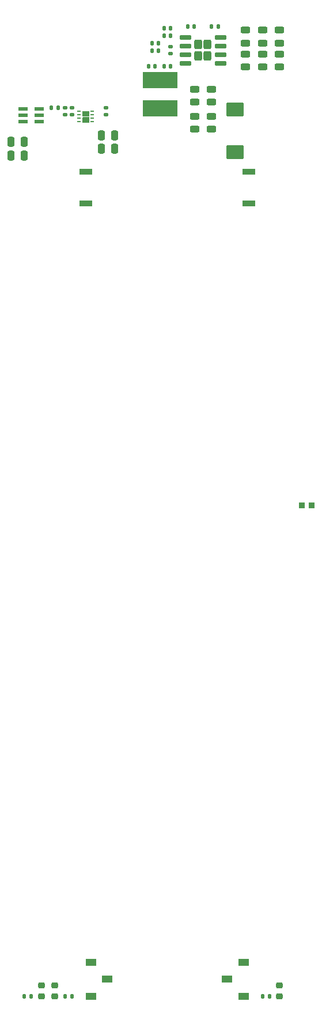
<source format=gtp>
G04 #@! TF.GenerationSoftware,KiCad,Pcbnew,8.0.8*
G04 #@! TF.CreationDate,2025-02-18T17:40:16+00:00*
G04 #@! TF.ProjectId,NB3_charger,4e42335f-6368-4617-9267-65722e6b6963,0.0.0*
G04 #@! TF.SameCoordinates,PX67794f8PYa78cb34*
G04 #@! TF.FileFunction,Paste,Top*
G04 #@! TF.FilePolarity,Positive*
%FSLAX46Y46*%
G04 Gerber Fmt 4.6, Leading zero omitted, Abs format (unit mm)*
G04 Created by KiCad (PCBNEW 8.0.8) date 2025-02-18 17:40:16*
%MOMM*%
%LPD*%
G01*
G04 APERTURE LIST*
G04 Aperture macros list*
%AMRoundRect*
0 Rectangle with rounded corners*
0 $1 Rounding radius*
0 $2 $3 $4 $5 $6 $7 $8 $9 X,Y pos of 4 corners*
0 Add a 4 corners polygon primitive as box body*
4,1,4,$2,$3,$4,$5,$6,$7,$8,$9,$2,$3,0*
0 Add four circle primitives for the rounded corners*
1,1,$1+$1,$2,$3*
1,1,$1+$1,$4,$5*
1,1,$1+$1,$6,$7*
1,1,$1+$1,$8,$9*
0 Add four rect primitives between the rounded corners*
20,1,$1+$1,$2,$3,$4,$5,0*
20,1,$1+$1,$4,$5,$6,$7,0*
20,1,$1+$1,$6,$7,$8,$9,0*
20,1,$1+$1,$8,$9,$2,$3,0*%
G04 Aperture macros list end*
%ADD10C,0.010000*%
%ADD11RoundRect,0.243750X0.456250X-0.243750X0.456250X0.243750X-0.456250X0.243750X-0.456250X-0.243750X0*%
%ADD12R,0.806477X0.864008*%
%ADD13RoundRect,0.147500X0.147500X0.172500X-0.147500X0.172500X-0.147500X-0.172500X0.147500X-0.172500X0*%
%ADD14RoundRect,0.135000X0.135000X0.185000X-0.135000X0.185000X-0.135000X-0.185000X0.135000X-0.185000X0*%
%ADD15RoundRect,0.243750X-0.456250X0.243750X-0.456250X-0.243750X0.456250X-0.243750X0.456250X0.243750X0*%
%ADD16RoundRect,0.218750X0.256250X-0.218750X0.256250X0.218750X-0.256250X0.218750X-0.256250X-0.218750X0*%
%ADD17RoundRect,0.250000X-1.025000X0.787500X-1.025000X-0.787500X1.025000X-0.787500X1.025000X0.787500X0*%
%ADD18R,1.600000X1.000000*%
%ADD19RoundRect,0.135000X-0.135000X-0.185000X0.135000X-0.185000X0.135000X0.185000X-0.135000X0.185000X0*%
%ADD20RoundRect,0.147500X-0.147500X-0.172500X0.147500X-0.172500X0.147500X0.172500X-0.147500X0.172500X0*%
%ADD21RoundRect,0.250000X0.250000X0.475000X-0.250000X0.475000X-0.250000X-0.475000X0.250000X-0.475000X0*%
%ADD22RoundRect,0.250000X-0.250000X-0.475000X0.250000X-0.475000X0.250000X0.475000X-0.250000X0.475000X0*%
%ADD23RoundRect,0.147500X-0.172500X0.147500X-0.172500X-0.147500X0.172500X-0.147500X0.172500X0.147500X0*%
%ADD24RoundRect,0.135000X0.185000X-0.135000X0.185000X0.135000X-0.185000X0.135000X-0.185000X-0.135000X0*%
%ADD25R,1.905000X0.812800*%
%ADD26RoundRect,0.050000X0.200000X0.075000X-0.200000X0.075000X-0.200000X-0.075000X0.200000X-0.075000X0*%
%ADD27R,1.400000X0.600000*%
%ADD28R,5.100000X2.350000*%
%ADD29RoundRect,0.250000X0.315000X0.460000X-0.315000X0.460000X-0.315000X-0.460000X0.315000X-0.460000X0*%
%ADD30RoundRect,0.150000X0.737500X0.150000X-0.737500X0.150000X-0.737500X-0.150000X0.737500X-0.150000X0*%
G04 APERTURE END LIST*
D10*
X-11592000Y132549000D02*
X-11590000Y132549000D01*
X-11587000Y132548000D01*
X-11585000Y132548000D01*
X-11582000Y132547000D01*
X-11580000Y132546000D01*
X-11577000Y132545000D01*
X-11575000Y132543000D01*
X-11573000Y132542000D01*
X-11571000Y132540000D01*
X-11569000Y132539000D01*
X-11567000Y132537000D01*
X-11565000Y132535000D01*
X-11563000Y132533000D01*
X-11561000Y132531000D01*
X-11560000Y132529000D01*
X-11558000Y132527000D01*
X-11557000Y132525000D01*
X-11555000Y132523000D01*
X-11554000Y132520000D01*
X-11553000Y132518000D01*
X-11552000Y132515000D01*
X-11552000Y132513000D01*
X-11551000Y132510000D01*
X-11551000Y132508000D01*
X-11550000Y132505000D01*
X-11550000Y132503000D01*
X-11550000Y132500000D01*
X-11550000Y131900000D01*
X-11550000Y131897000D01*
X-11550000Y131895000D01*
X-11551000Y131892000D01*
X-11551000Y131890000D01*
X-11552000Y131887000D01*
X-11552000Y131885000D01*
X-11553000Y131882000D01*
X-11554000Y131880000D01*
X-11555000Y131877000D01*
X-11557000Y131875000D01*
X-11558000Y131873000D01*
X-11560000Y131871000D01*
X-11561000Y131869000D01*
X-11563000Y131867000D01*
X-11565000Y131865000D01*
X-11567000Y131863000D01*
X-11569000Y131861000D01*
X-11571000Y131860000D01*
X-11573000Y131858000D01*
X-11575000Y131857000D01*
X-11577000Y131855000D01*
X-11580000Y131854000D01*
X-11582000Y131853000D01*
X-11585000Y131852000D01*
X-11587000Y131852000D01*
X-11590000Y131851000D01*
X-11592000Y131851000D01*
X-11595000Y131850000D01*
X-11597000Y131850000D01*
X-11600000Y131850000D01*
X-12400000Y131850000D01*
X-12403000Y131850000D01*
X-12405000Y131850000D01*
X-12408000Y131851000D01*
X-12410000Y131851000D01*
X-12413000Y131852000D01*
X-12415000Y131852000D01*
X-12418000Y131853000D01*
X-12420000Y131854000D01*
X-12423000Y131855000D01*
X-12425000Y131857000D01*
X-12427000Y131858000D01*
X-12429000Y131860000D01*
X-12431000Y131861000D01*
X-12433000Y131863000D01*
X-12435000Y131865000D01*
X-12437000Y131867000D01*
X-12439000Y131869000D01*
X-12440000Y131871000D01*
X-12442000Y131873000D01*
X-12443000Y131875000D01*
X-12445000Y131877000D01*
X-12446000Y131880000D01*
X-12447000Y131882000D01*
X-12448000Y131885000D01*
X-12448000Y131887000D01*
X-12449000Y131890000D01*
X-12449000Y131892000D01*
X-12450000Y131895000D01*
X-12450000Y131897000D01*
X-12450000Y131900000D01*
X-12450000Y132500000D01*
X-12450000Y132503000D01*
X-12450000Y132505000D01*
X-12449000Y132508000D01*
X-12449000Y132510000D01*
X-12448000Y132513000D01*
X-12448000Y132515000D01*
X-12447000Y132518000D01*
X-12446000Y132520000D01*
X-12445000Y132523000D01*
X-12443000Y132525000D01*
X-12442000Y132527000D01*
X-12440000Y132529000D01*
X-12439000Y132531000D01*
X-12437000Y132533000D01*
X-12435000Y132535000D01*
X-12433000Y132537000D01*
X-12431000Y132539000D01*
X-12429000Y132540000D01*
X-12427000Y132542000D01*
X-12425000Y132543000D01*
X-12423000Y132545000D01*
X-12420000Y132546000D01*
X-12418000Y132547000D01*
X-12415000Y132548000D01*
X-12413000Y132548000D01*
X-12410000Y132549000D01*
X-12408000Y132549000D01*
X-12405000Y132550000D01*
X-12403000Y132550000D01*
X-12400000Y132550000D01*
X-11600000Y132550000D01*
X-11597000Y132550000D01*
X-11595000Y132550000D01*
X-11592000Y132549000D01*
G36*
X-11592000Y132549000D02*
G01*
X-11590000Y132549000D01*
X-11587000Y132548000D01*
X-11585000Y132548000D01*
X-11582000Y132547000D01*
X-11580000Y132546000D01*
X-11577000Y132545000D01*
X-11575000Y132543000D01*
X-11573000Y132542000D01*
X-11571000Y132540000D01*
X-11569000Y132539000D01*
X-11567000Y132537000D01*
X-11565000Y132535000D01*
X-11563000Y132533000D01*
X-11561000Y132531000D01*
X-11560000Y132529000D01*
X-11558000Y132527000D01*
X-11557000Y132525000D01*
X-11555000Y132523000D01*
X-11554000Y132520000D01*
X-11553000Y132518000D01*
X-11552000Y132515000D01*
X-11552000Y132513000D01*
X-11551000Y132510000D01*
X-11551000Y132508000D01*
X-11550000Y132505000D01*
X-11550000Y132503000D01*
X-11550000Y132500000D01*
X-11550000Y131900000D01*
X-11550000Y131897000D01*
X-11550000Y131895000D01*
X-11551000Y131892000D01*
X-11551000Y131890000D01*
X-11552000Y131887000D01*
X-11552000Y131885000D01*
X-11553000Y131882000D01*
X-11554000Y131880000D01*
X-11555000Y131877000D01*
X-11557000Y131875000D01*
X-11558000Y131873000D01*
X-11560000Y131871000D01*
X-11561000Y131869000D01*
X-11563000Y131867000D01*
X-11565000Y131865000D01*
X-11567000Y131863000D01*
X-11569000Y131861000D01*
X-11571000Y131860000D01*
X-11573000Y131858000D01*
X-11575000Y131857000D01*
X-11577000Y131855000D01*
X-11580000Y131854000D01*
X-11582000Y131853000D01*
X-11585000Y131852000D01*
X-11587000Y131852000D01*
X-11590000Y131851000D01*
X-11592000Y131851000D01*
X-11595000Y131850000D01*
X-11597000Y131850000D01*
X-11600000Y131850000D01*
X-12400000Y131850000D01*
X-12403000Y131850000D01*
X-12405000Y131850000D01*
X-12408000Y131851000D01*
X-12410000Y131851000D01*
X-12413000Y131852000D01*
X-12415000Y131852000D01*
X-12418000Y131853000D01*
X-12420000Y131854000D01*
X-12423000Y131855000D01*
X-12425000Y131857000D01*
X-12427000Y131858000D01*
X-12429000Y131860000D01*
X-12431000Y131861000D01*
X-12433000Y131863000D01*
X-12435000Y131865000D01*
X-12437000Y131867000D01*
X-12439000Y131869000D01*
X-12440000Y131871000D01*
X-12442000Y131873000D01*
X-12443000Y131875000D01*
X-12445000Y131877000D01*
X-12446000Y131880000D01*
X-12447000Y131882000D01*
X-12448000Y131885000D01*
X-12448000Y131887000D01*
X-12449000Y131890000D01*
X-12449000Y131892000D01*
X-12450000Y131895000D01*
X-12450000Y131897000D01*
X-12450000Y131900000D01*
X-12450000Y132500000D01*
X-12450000Y132503000D01*
X-12450000Y132505000D01*
X-12449000Y132508000D01*
X-12449000Y132510000D01*
X-12448000Y132513000D01*
X-12448000Y132515000D01*
X-12447000Y132518000D01*
X-12446000Y132520000D01*
X-12445000Y132523000D01*
X-12443000Y132525000D01*
X-12442000Y132527000D01*
X-12440000Y132529000D01*
X-12439000Y132531000D01*
X-12437000Y132533000D01*
X-12435000Y132535000D01*
X-12433000Y132537000D01*
X-12431000Y132539000D01*
X-12429000Y132540000D01*
X-12427000Y132542000D01*
X-12425000Y132543000D01*
X-12423000Y132545000D01*
X-12420000Y132546000D01*
X-12418000Y132547000D01*
X-12415000Y132548000D01*
X-12413000Y132548000D01*
X-12410000Y132549000D01*
X-12408000Y132549000D01*
X-12405000Y132550000D01*
X-12403000Y132550000D01*
X-12400000Y132550000D01*
X-11600000Y132550000D01*
X-11597000Y132550000D01*
X-11595000Y132550000D01*
X-11592000Y132549000D01*
G37*
X-11592000Y131649000D02*
X-11590000Y131649000D01*
X-11587000Y131648000D01*
X-11585000Y131648000D01*
X-11582000Y131647000D01*
X-11580000Y131646000D01*
X-11577000Y131645000D01*
X-11575000Y131643000D01*
X-11573000Y131642000D01*
X-11571000Y131640000D01*
X-11569000Y131639000D01*
X-11567000Y131637000D01*
X-11565000Y131635000D01*
X-11563000Y131633000D01*
X-11561000Y131631000D01*
X-11560000Y131629000D01*
X-11558000Y131627000D01*
X-11557000Y131625000D01*
X-11555000Y131623000D01*
X-11554000Y131620000D01*
X-11553000Y131618000D01*
X-11552000Y131615000D01*
X-11552000Y131613000D01*
X-11551000Y131610000D01*
X-11551000Y131608000D01*
X-11550000Y131605000D01*
X-11550000Y131603000D01*
X-11550000Y131600000D01*
X-11550000Y131000000D01*
X-11550000Y130997000D01*
X-11550000Y130995000D01*
X-11551000Y130992000D01*
X-11551000Y130990000D01*
X-11552000Y130987000D01*
X-11552000Y130985000D01*
X-11553000Y130982000D01*
X-11554000Y130980000D01*
X-11555000Y130977000D01*
X-11557000Y130975000D01*
X-11558000Y130973000D01*
X-11560000Y130971000D01*
X-11561000Y130969000D01*
X-11563000Y130967000D01*
X-11565000Y130965000D01*
X-11567000Y130963000D01*
X-11569000Y130961000D01*
X-11571000Y130960000D01*
X-11573000Y130958000D01*
X-11575000Y130957000D01*
X-11577000Y130955000D01*
X-11580000Y130954000D01*
X-11582000Y130953000D01*
X-11585000Y130952000D01*
X-11587000Y130952000D01*
X-11590000Y130951000D01*
X-11592000Y130951000D01*
X-11595000Y130950000D01*
X-11597000Y130950000D01*
X-11600000Y130950000D01*
X-12400000Y130950000D01*
X-12403000Y130950000D01*
X-12405000Y130950000D01*
X-12408000Y130951000D01*
X-12410000Y130951000D01*
X-12413000Y130952000D01*
X-12415000Y130952000D01*
X-12418000Y130953000D01*
X-12420000Y130954000D01*
X-12423000Y130955000D01*
X-12425000Y130957000D01*
X-12427000Y130958000D01*
X-12429000Y130960000D01*
X-12431000Y130961000D01*
X-12433000Y130963000D01*
X-12435000Y130965000D01*
X-12437000Y130967000D01*
X-12439000Y130969000D01*
X-12440000Y130971000D01*
X-12442000Y130973000D01*
X-12443000Y130975000D01*
X-12445000Y130977000D01*
X-12446000Y130980000D01*
X-12447000Y130982000D01*
X-12448000Y130985000D01*
X-12448000Y130987000D01*
X-12449000Y130990000D01*
X-12449000Y130992000D01*
X-12450000Y130995000D01*
X-12450000Y130997000D01*
X-12450000Y131000000D01*
X-12450000Y131600000D01*
X-12450000Y131603000D01*
X-12450000Y131605000D01*
X-12449000Y131608000D01*
X-12449000Y131610000D01*
X-12448000Y131613000D01*
X-12448000Y131615000D01*
X-12447000Y131618000D01*
X-12446000Y131620000D01*
X-12445000Y131623000D01*
X-12443000Y131625000D01*
X-12442000Y131627000D01*
X-12440000Y131629000D01*
X-12439000Y131631000D01*
X-12437000Y131633000D01*
X-12435000Y131635000D01*
X-12433000Y131637000D01*
X-12431000Y131639000D01*
X-12429000Y131640000D01*
X-12427000Y131642000D01*
X-12425000Y131643000D01*
X-12423000Y131645000D01*
X-12420000Y131646000D01*
X-12418000Y131647000D01*
X-12415000Y131648000D01*
X-12413000Y131648000D01*
X-12410000Y131649000D01*
X-12408000Y131649000D01*
X-12405000Y131650000D01*
X-12403000Y131650000D01*
X-12400000Y131650000D01*
X-11600000Y131650000D01*
X-11597000Y131650000D01*
X-11595000Y131650000D01*
X-11592000Y131649000D01*
G36*
X-11592000Y131649000D02*
G01*
X-11590000Y131649000D01*
X-11587000Y131648000D01*
X-11585000Y131648000D01*
X-11582000Y131647000D01*
X-11580000Y131646000D01*
X-11577000Y131645000D01*
X-11575000Y131643000D01*
X-11573000Y131642000D01*
X-11571000Y131640000D01*
X-11569000Y131639000D01*
X-11567000Y131637000D01*
X-11565000Y131635000D01*
X-11563000Y131633000D01*
X-11561000Y131631000D01*
X-11560000Y131629000D01*
X-11558000Y131627000D01*
X-11557000Y131625000D01*
X-11555000Y131623000D01*
X-11554000Y131620000D01*
X-11553000Y131618000D01*
X-11552000Y131615000D01*
X-11552000Y131613000D01*
X-11551000Y131610000D01*
X-11551000Y131608000D01*
X-11550000Y131605000D01*
X-11550000Y131603000D01*
X-11550000Y131600000D01*
X-11550000Y131000000D01*
X-11550000Y130997000D01*
X-11550000Y130995000D01*
X-11551000Y130992000D01*
X-11551000Y130990000D01*
X-11552000Y130987000D01*
X-11552000Y130985000D01*
X-11553000Y130982000D01*
X-11554000Y130980000D01*
X-11555000Y130977000D01*
X-11557000Y130975000D01*
X-11558000Y130973000D01*
X-11560000Y130971000D01*
X-11561000Y130969000D01*
X-11563000Y130967000D01*
X-11565000Y130965000D01*
X-11567000Y130963000D01*
X-11569000Y130961000D01*
X-11571000Y130960000D01*
X-11573000Y130958000D01*
X-11575000Y130957000D01*
X-11577000Y130955000D01*
X-11580000Y130954000D01*
X-11582000Y130953000D01*
X-11585000Y130952000D01*
X-11587000Y130952000D01*
X-11590000Y130951000D01*
X-11592000Y130951000D01*
X-11595000Y130950000D01*
X-11597000Y130950000D01*
X-11600000Y130950000D01*
X-12400000Y130950000D01*
X-12403000Y130950000D01*
X-12405000Y130950000D01*
X-12408000Y130951000D01*
X-12410000Y130951000D01*
X-12413000Y130952000D01*
X-12415000Y130952000D01*
X-12418000Y130953000D01*
X-12420000Y130954000D01*
X-12423000Y130955000D01*
X-12425000Y130957000D01*
X-12427000Y130958000D01*
X-12429000Y130960000D01*
X-12431000Y130961000D01*
X-12433000Y130963000D01*
X-12435000Y130965000D01*
X-12437000Y130967000D01*
X-12439000Y130969000D01*
X-12440000Y130971000D01*
X-12442000Y130973000D01*
X-12443000Y130975000D01*
X-12445000Y130977000D01*
X-12446000Y130980000D01*
X-12447000Y130982000D01*
X-12448000Y130985000D01*
X-12448000Y130987000D01*
X-12449000Y130990000D01*
X-12449000Y130992000D01*
X-12450000Y130995000D01*
X-12450000Y130997000D01*
X-12450000Y131000000D01*
X-12450000Y131600000D01*
X-12450000Y131603000D01*
X-12450000Y131605000D01*
X-12449000Y131608000D01*
X-12449000Y131610000D01*
X-12448000Y131613000D01*
X-12448000Y131615000D01*
X-12447000Y131618000D01*
X-12446000Y131620000D01*
X-12445000Y131623000D01*
X-12443000Y131625000D01*
X-12442000Y131627000D01*
X-12440000Y131629000D01*
X-12439000Y131631000D01*
X-12437000Y131633000D01*
X-12435000Y131635000D01*
X-12433000Y131637000D01*
X-12431000Y131639000D01*
X-12429000Y131640000D01*
X-12427000Y131642000D01*
X-12425000Y131643000D01*
X-12423000Y131645000D01*
X-12420000Y131646000D01*
X-12418000Y131647000D01*
X-12415000Y131648000D01*
X-12413000Y131648000D01*
X-12410000Y131649000D01*
X-12408000Y131649000D01*
X-12405000Y131650000D01*
X-12403000Y131650000D01*
X-12400000Y131650000D01*
X-11600000Y131650000D01*
X-11597000Y131650000D01*
X-11595000Y131650000D01*
X-11592000Y131649000D01*
G37*
D11*
X4000000Y133875000D03*
X4000000Y135750000D03*
D12*
X21253366Y74600000D03*
X19746634Y74600000D03*
D13*
X485000Y139150000D03*
X-485000Y139150000D03*
D14*
X-19977500Y2500000D03*
X-20997500Y2500000D03*
D15*
X11500000Y140937500D03*
X11500000Y139062500D03*
D16*
X-18487500Y2500000D03*
X-18487500Y4075000D03*
D17*
X10000000Y132762500D03*
X10000000Y126537500D03*
D15*
X16500000Y140937500D03*
X16500000Y139062500D03*
X6500000Y131750000D03*
X6500000Y129875000D03*
D13*
X-1265000Y142550000D03*
X-2235000Y142550000D03*
D18*
X11200000Y2500000D03*
X8800000Y5000000D03*
X11200000Y7500000D03*
D19*
X-15010000Y2500000D03*
X-13990000Y2500000D03*
D18*
X-11200000Y7500000D03*
X-8800000Y5000000D03*
X-11200000Y2500000D03*
D20*
X-2235000Y141450000D03*
X-1265000Y141450000D03*
D11*
X16500000Y142562500D03*
X16500000Y144437500D03*
D21*
X-21050000Y128000000D03*
X-22950000Y128000000D03*
D22*
X-9650000Y127000000D03*
X-7750000Y127000000D03*
D19*
X-17020000Y133000000D03*
X-16000000Y133000000D03*
D11*
X14000000Y142562500D03*
X14000000Y144437500D03*
D15*
X4000000Y131750000D03*
X4000000Y129875000D03*
D16*
X-16500000Y2500000D03*
X-16500000Y4075000D03*
D15*
X14000000Y140937500D03*
X14000000Y139062500D03*
D23*
X500000Y141985000D03*
X500000Y141015000D03*
D24*
X-14000000Y132000000D03*
X-14000000Y133020000D03*
D13*
X-1765000Y139150000D03*
X-2735000Y139150000D03*
D14*
X15010000Y2500000D03*
X13990000Y2500000D03*
D24*
X-15000000Y132000000D03*
X-15000000Y133020000D03*
D25*
X-12000000Y123597400D03*
X-12000000Y119000000D03*
D26*
X-11050000Y131000000D03*
X-11050000Y131500000D03*
X-11050000Y132000000D03*
X-11050000Y132500000D03*
X-12950000Y132500000D03*
X-12950000Y132000000D03*
X-12950000Y131500000D03*
X-12950000Y131000000D03*
D27*
X-18835000Y131000000D03*
X-18835000Y131950000D03*
X-18835000Y132900000D03*
X-21165000Y132900000D03*
X-21165000Y131950000D03*
X-21165000Y131000000D03*
D20*
X-485000Y143650000D03*
X485000Y143650000D03*
D11*
X6500000Y133875000D03*
X6500000Y135750000D03*
D22*
X-9650000Y129000000D03*
X-7750000Y129000000D03*
D11*
X11500000Y142562500D03*
X11500000Y144437500D03*
D16*
X16500000Y2500000D03*
X16500000Y4075000D03*
D20*
X-485000Y144750000D03*
X485000Y144750000D03*
D28*
X-1000000Y137075000D03*
X-1000000Y132925000D03*
D13*
X7485000Y144950000D03*
X6515000Y144950000D03*
D20*
X3015000Y144950000D03*
X3985000Y144950000D03*
D29*
X5930000Y140650000D03*
X5930000Y142350000D03*
X4570000Y140650000D03*
X4570000Y142350000D03*
D30*
X7812500Y139595000D03*
X7812500Y140865000D03*
X7812500Y142135000D03*
X7812500Y143405000D03*
X2687500Y143405000D03*
X2687500Y142135000D03*
X2687500Y140865000D03*
X2687500Y139595000D03*
D24*
X-9000000Y131980000D03*
X-9000000Y133000000D03*
D25*
X12000000Y123597400D03*
X12000000Y119000000D03*
D21*
X-21050000Y126000000D03*
X-22950000Y126000000D03*
M02*

</source>
